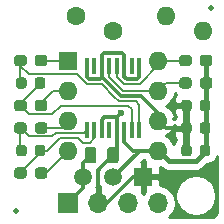
<source format=gtl>
G04 #@! TF.GenerationSoftware,KiCad,Pcbnew,(5.1.6-0-10_14)*
G04 #@! TF.CreationDate,2021-02-23T10:58:49+00:00*
G04 #@! TF.ProjectId,VR-Conditioner-MAX9926+reg,56522d43-6f6e-4646-9974-696f6e65722d,0.4*
G04 #@! TF.SameCoordinates,PX68c4118PY713e7a8*
G04 #@! TF.FileFunction,Copper,L1,Top*
G04 #@! TF.FilePolarity,Positive*
%FSLAX46Y46*%
G04 Gerber Fmt 4.6, Leading zero omitted, Abs format (unit mm)*
G04 Created by KiCad (PCBNEW (5.1.6-0-10_14)) date 2021-02-23 10:58:49*
%MOMM*%
%LPD*%
G01*
G04 APERTURE LIST*
G04 #@! TA.AperFunction,ComponentPad*
%ADD10O,1.700000X1.700000*%
G04 #@! TD*
G04 #@! TA.AperFunction,ComponentPad*
%ADD11R,1.700000X1.700000*%
G04 #@! TD*
G04 #@! TA.AperFunction,ComponentPad*
%ADD12R,1.500000X1.500000*%
G04 #@! TD*
G04 #@! TA.AperFunction,ComponentPad*
%ADD13C,1.500000*%
G04 #@! TD*
G04 #@! TA.AperFunction,ComponentPad*
%ADD14O,1.600000X1.600000*%
G04 #@! TD*
G04 #@! TA.AperFunction,ComponentPad*
%ADD15C,1.600000*%
G04 #@! TD*
G04 #@! TA.AperFunction,SMDPad,CuDef*
%ADD16R,0.354800X1.454899*%
G04 #@! TD*
G04 #@! TA.AperFunction,ComponentPad*
%ADD17R,1.600000X1.600000*%
G04 #@! TD*
G04 #@! TA.AperFunction,SMDPad,CuDef*
%ADD18C,0.500000*%
G04 #@! TD*
G04 #@! TA.AperFunction,ViaPad*
%ADD19C,0.600000*%
G04 #@! TD*
G04 #@! TA.AperFunction,Conductor*
%ADD20C,0.400000*%
G04 #@! TD*
G04 #@! TA.AperFunction,Conductor*
%ADD21C,0.300000*%
G04 #@! TD*
G04 #@! TA.AperFunction,Conductor*
%ADD22C,0.200000*%
G04 #@! TD*
G04 #@! TA.AperFunction,Conductor*
%ADD23C,0.160000*%
G04 #@! TD*
G04 #@! TA.AperFunction,Conductor*
%ADD24C,0.254000*%
G04 #@! TD*
G04 APERTURE END LIST*
G04 #@! TO.P,C20,2*
G04 #@! TO.N,Net-(C20-Pad2)*
G04 #@! TA.AperFunction,SMDPad,CuDef*
G36*
G01*
X2825000Y7241250D02*
X2825000Y6728750D01*
G75*
G02*
X2606250Y6510000I-218750J0D01*
G01*
X2168750Y6510000D01*
G75*
G02*
X1950000Y6728750I0J218750D01*
G01*
X1950000Y7241250D01*
G75*
G02*
X2168750Y7460000I218750J0D01*
G01*
X2606250Y7460000D01*
G75*
G02*
X2825000Y7241250I0J-218750D01*
G01*
G37*
G04 #@! TD.AperFunction*
G04 #@! TO.P,C20,1*
G04 #@! TO.N,Net-(C20-Pad1)*
G04 #@! TA.AperFunction,SMDPad,CuDef*
G36*
G01*
X4400000Y7241250D02*
X4400000Y6728750D01*
G75*
G02*
X4181250Y6510000I-218750J0D01*
G01*
X3743750Y6510000D01*
G75*
G02*
X3525000Y6728750I0J218750D01*
G01*
X3525000Y7241250D01*
G75*
G02*
X3743750Y7460000I218750J0D01*
G01*
X4181250Y7460000D01*
G75*
G02*
X4400000Y7241250I0J-218750D01*
G01*
G37*
G04 #@! TD.AperFunction*
G04 #@! TD*
G04 #@! TO.P,C10,2*
G04 #@! TO.N,Net-(C10-Pad2)*
G04 #@! TA.AperFunction,SMDPad,CuDef*
G36*
G01*
X3525000Y12443750D02*
X3525000Y12956250D01*
G75*
G02*
X3743750Y13175000I218750J0D01*
G01*
X4181250Y13175000D01*
G75*
G02*
X4400000Y12956250I0J-218750D01*
G01*
X4400000Y12443750D01*
G75*
G02*
X4181250Y12225000I-218750J0D01*
G01*
X3743750Y12225000D01*
G75*
G02*
X3525000Y12443750I0J218750D01*
G01*
G37*
G04 #@! TD.AperFunction*
G04 #@! TO.P,C10,1*
G04 #@! TO.N,Net-(C10-Pad1)*
G04 #@! TA.AperFunction,SMDPad,CuDef*
G36*
G01*
X1950000Y12443750D02*
X1950000Y12956250D01*
G75*
G02*
X2168750Y13175000I218750J0D01*
G01*
X2606250Y13175000D01*
G75*
G02*
X2825000Y12956250I0J-218750D01*
G01*
X2825000Y12443750D01*
G75*
G02*
X2606250Y12225000I-218750J0D01*
G01*
X2168750Y12225000D01*
G75*
G02*
X1950000Y12443750I0J218750D01*
G01*
G37*
G04 #@! TD.AperFunction*
G04 #@! TD*
G04 #@! TO.P,C4,2*
G04 #@! TO.N,GND*
G04 #@! TA.AperFunction,SMDPad,CuDef*
G36*
G01*
X9642500Y6138750D02*
X9642500Y7051250D01*
G75*
G02*
X9886250Y7295000I243750J0D01*
G01*
X10373750Y7295000D01*
G75*
G02*
X10617500Y7051250I0J-243750D01*
G01*
X10617500Y6138750D01*
G75*
G02*
X10373750Y5895000I-243750J0D01*
G01*
X9886250Y5895000D01*
G75*
G02*
X9642500Y6138750I0J243750D01*
G01*
G37*
G04 #@! TD.AperFunction*
G04 #@! TO.P,C4,1*
G04 #@! TO.N,+12V*
G04 #@! TA.AperFunction,SMDPad,CuDef*
G36*
G01*
X7767500Y6138750D02*
X7767500Y7051250D01*
G75*
G02*
X8011250Y7295000I243750J0D01*
G01*
X8498750Y7295000D01*
G75*
G02*
X8742500Y7051250I0J-243750D01*
G01*
X8742500Y6138750D01*
G75*
G02*
X8498750Y5895000I-243750J0D01*
G01*
X8011250Y5895000D01*
G75*
G02*
X7767500Y6138750I0J243750D01*
G01*
G37*
G04 #@! TD.AperFunction*
G04 #@! TD*
G04 #@! TO.P,C3,2*
G04 #@! TO.N,GND*
G04 #@! TA.AperFunction,SMDPad,CuDef*
G36*
G01*
X16795000Y11051250D02*
X16795000Y10538750D01*
G75*
G02*
X16576250Y10320000I-218750J0D01*
G01*
X16138750Y10320000D01*
G75*
G02*
X15920000Y10538750I0J218750D01*
G01*
X15920000Y11051250D01*
G75*
G02*
X16138750Y11270000I218750J0D01*
G01*
X16576250Y11270000D01*
G75*
G02*
X16795000Y11051250I0J-218750D01*
G01*
G37*
G04 #@! TD.AperFunction*
G04 #@! TO.P,C3,1*
G04 #@! TO.N,VCC*
G04 #@! TA.AperFunction,SMDPad,CuDef*
G36*
G01*
X18370000Y11051250D02*
X18370000Y10538750D01*
G75*
G02*
X18151250Y10320000I-218750J0D01*
G01*
X17713750Y10320000D01*
G75*
G02*
X17495000Y10538750I0J218750D01*
G01*
X17495000Y11051250D01*
G75*
G02*
X17713750Y11270000I218750J0D01*
G01*
X18151250Y11270000D01*
G75*
G02*
X18370000Y11051250I0J-218750D01*
G01*
G37*
G04 #@! TD.AperFunction*
G04 #@! TD*
G04 #@! TO.P,C2,2*
G04 #@! TO.N,GND*
G04 #@! TA.AperFunction,SMDPad,CuDef*
G36*
G01*
X16795000Y9146250D02*
X16795000Y8633750D01*
G75*
G02*
X16576250Y8415000I-218750J0D01*
G01*
X16138750Y8415000D01*
G75*
G02*
X15920000Y8633750I0J218750D01*
G01*
X15920000Y9146250D01*
G75*
G02*
X16138750Y9365000I218750J0D01*
G01*
X16576250Y9365000D01*
G75*
G02*
X16795000Y9146250I0J-218750D01*
G01*
G37*
G04 #@! TD.AperFunction*
G04 #@! TO.P,C2,1*
G04 #@! TO.N,VCC*
G04 #@! TA.AperFunction,SMDPad,CuDef*
G36*
G01*
X18370000Y9146250D02*
X18370000Y8633750D01*
G75*
G02*
X18151250Y8415000I-218750J0D01*
G01*
X17713750Y8415000D01*
G75*
G02*
X17495000Y8633750I0J218750D01*
G01*
X17495000Y9146250D01*
G75*
G02*
X17713750Y9365000I218750J0D01*
G01*
X18151250Y9365000D01*
G75*
G02*
X18370000Y9146250I0J-218750D01*
G01*
G37*
G04 #@! TD.AperFunction*
G04 #@! TD*
G04 #@! TO.P,C1,2*
G04 #@! TO.N,GND*
G04 #@! TA.AperFunction,SMDPad,CuDef*
G36*
G01*
X16795000Y7241250D02*
X16795000Y6728750D01*
G75*
G02*
X16576250Y6510000I-218750J0D01*
G01*
X16138750Y6510000D01*
G75*
G02*
X15920000Y6728750I0J218750D01*
G01*
X15920000Y7241250D01*
G75*
G02*
X16138750Y7460000I218750J0D01*
G01*
X16576250Y7460000D01*
G75*
G02*
X16795000Y7241250I0J-218750D01*
G01*
G37*
G04 #@! TD.AperFunction*
G04 #@! TO.P,C1,1*
G04 #@! TO.N,VCC*
G04 #@! TA.AperFunction,SMDPad,CuDef*
G36*
G01*
X18370000Y7241250D02*
X18370000Y6728750D01*
G75*
G02*
X18151250Y6510000I-218750J0D01*
G01*
X17713750Y6510000D01*
G75*
G02*
X17495000Y6728750I0J218750D01*
G01*
X17495000Y7241250D01*
G75*
G02*
X17713750Y7460000I218750J0D01*
G01*
X18151250Y7460000D01*
G75*
G02*
X18370000Y7241250I0J-218750D01*
G01*
G37*
G04 #@! TD.AperFunction*
G04 #@! TD*
D10*
G04 #@! TO.P,J2,4*
G04 #@! TO.N,/COUT1*
X13970000Y2540000D03*
G04 #@! TO.P,J2,3*
G04 #@! TO.N,/COUT2*
X11430000Y2540000D03*
G04 #@! TO.P,J2,2*
G04 #@! TO.N,GND*
X8890000Y2540000D03*
D11*
G04 #@! TO.P,J2,1*
G04 #@! TO.N,+12V*
X6350000Y2540000D03*
G04 #@! TD*
D12*
G04 #@! TO.P,U2,1*
G04 #@! TO.N,GND*
X12700000Y4745000D03*
D13*
G04 #@! TO.P,U2,3*
G04 #@! TO.N,+12V*
X7620000Y4745000D03*
G04 #@! TO.P,U2,2*
G04 #@! TO.N,VCC*
X10160000Y4745000D03*
G04 #@! TD*
G04 #@! TO.P,R22,2*
G04 #@! TO.N,Net-(J1-Pad3)*
G04 #@! TA.AperFunction,SMDPad,CuDef*
G36*
G01*
X3525000Y8652500D02*
X3525000Y9127500D01*
G75*
G02*
X3762500Y9365000I237500J0D01*
G01*
X4337500Y9365000D01*
G75*
G02*
X4575000Y9127500I0J-237500D01*
G01*
X4575000Y8652500D01*
G75*
G02*
X4337500Y8415000I-237500J0D01*
G01*
X3762500Y8415000D01*
G75*
G02*
X3525000Y8652500I0J237500D01*
G01*
G37*
G04 #@! TD.AperFunction*
G04 #@! TO.P,R22,1*
G04 #@! TO.N,Net-(C20-Pad2)*
G04 #@! TA.AperFunction,SMDPad,CuDef*
G36*
G01*
X1775000Y8652500D02*
X1775000Y9127500D01*
G75*
G02*
X2012500Y9365000I237500J0D01*
G01*
X2587500Y9365000D01*
G75*
G02*
X2825000Y9127500I0J-237500D01*
G01*
X2825000Y8652500D01*
G75*
G02*
X2587500Y8415000I-237500J0D01*
G01*
X2012500Y8415000D01*
G75*
G02*
X1775000Y8652500I0J237500D01*
G01*
G37*
G04 #@! TD.AperFunction*
G04 #@! TD*
D14*
G04 #@! TO.P,R23,2*
G04 #@! TO.N,Net-(J1-Pad4)*
X17780000Y17145000D03*
D15*
G04 #@! TO.P,R23,1*
G04 #@! TO.N,Net-(J1-Pad3)*
X10160000Y17145000D03*
G04 #@! TD*
D14*
G04 #@! TO.P,R13,2*
G04 #@! TO.N,Net-(J1-Pad2)*
X14605000Y18415000D03*
D15*
G04 #@! TO.P,R13,1*
G04 #@! TO.N,Net-(J1-Pad1)*
X6985000Y18415000D03*
G04 #@! TD*
D16*
G04 #@! TO.P,U1,16*
G04 #@! TO.N,Net-(C10-Pad1)*
X12382500Y8708652D03*
G04 #@! TO.P,U1,15*
G04 #@! TO.N,Net-(C10-Pad2)*
X11747500Y8708652D03*
G04 #@! TO.P,U1,14*
G04 #@! TO.N,VCC*
X11112500Y8708652D03*
G04 #@! TO.P,U1,13*
G04 #@! TO.N,GND*
X10477500Y8708652D03*
G04 #@! TO.P,U1,12*
G04 #@! TO.N,Net-(U1-Pad12)*
X9842500Y8708652D03*
G04 #@! TO.P,U1,11*
G04 #@! TO.N,GND*
X9207500Y8708652D03*
G04 #@! TO.P,U1,10*
G04 #@! TO.N,Net-(C20-Pad1)*
X8572500Y8708652D03*
G04 #@! TO.P,U1,9*
G04 #@! TO.N,Net-(C20-Pad2)*
X7937500Y8708652D03*
G04 #@! TO.P,U1,8*
G04 #@! TO.N,GND*
X7937500Y14151348D03*
G04 #@! TO.P,U1,7*
G04 #@! TO.N,Net-(U1-Pad7)*
X8572500Y14151348D03*
G04 #@! TO.P,U1,6*
G04 #@! TO.N,GND*
X9207500Y14151348D03*
G04 #@! TO.P,U1,5*
G04 #@! TO.N,/COUT2*
X9842500Y14151348D03*
G04 #@! TO.P,U1,4*
G04 #@! TO.N,/COUT1*
X10477500Y14151348D03*
G04 #@! TO.P,U1,3*
G04 #@! TO.N,GND*
X11112500Y14151348D03*
G04 #@! TO.P,U1,2*
G04 #@! TO.N,Net-(U1-Pad2)*
X11747500Y14151348D03*
G04 #@! TO.P,U1,1*
G04 #@! TO.N,GND*
X12382500Y14151348D03*
G04 #@! TD*
G04 #@! TO.P,R21,2*
G04 #@! TO.N,Net-(C20-Pad1)*
G04 #@! TA.AperFunction,SMDPad,CuDef*
G36*
G01*
X2825000Y5317500D02*
X2825000Y4842500D01*
G75*
G02*
X2587500Y4605000I-237500J0D01*
G01*
X2012500Y4605000D01*
G75*
G02*
X1775000Y4842500I0J237500D01*
G01*
X1775000Y5317500D01*
G75*
G02*
X2012500Y5555000I237500J0D01*
G01*
X2587500Y5555000D01*
G75*
G02*
X2825000Y5317500I0J-237500D01*
G01*
G37*
G04 #@! TD.AperFunction*
G04 #@! TO.P,R21,1*
G04 #@! TO.N,Net-(J1-Pad4)*
G04 #@! TA.AperFunction,SMDPad,CuDef*
G36*
G01*
X4575000Y5317500D02*
X4575000Y4842500D01*
G75*
G02*
X4337500Y4605000I-237500J0D01*
G01*
X3762500Y4605000D01*
G75*
G02*
X3525000Y4842500I0J237500D01*
G01*
X3525000Y5317500D01*
G75*
G02*
X3762500Y5555000I237500J0D01*
G01*
X4337500Y5555000D01*
G75*
G02*
X4575000Y5317500I0J-237500D01*
G01*
G37*
G04 #@! TD.AperFunction*
G04 #@! TD*
G04 #@! TO.P,R20,2*
G04 #@! TO.N,/COUT2*
G04 #@! TA.AperFunction,SMDPad,CuDef*
G36*
G01*
X16795000Y12937500D02*
X16795000Y12462500D01*
G75*
G02*
X16557500Y12225000I-237500J0D01*
G01*
X15982500Y12225000D01*
G75*
G02*
X15745000Y12462500I0J237500D01*
G01*
X15745000Y12937500D01*
G75*
G02*
X15982500Y13175000I237500J0D01*
G01*
X16557500Y13175000D01*
G75*
G02*
X16795000Y12937500I0J-237500D01*
G01*
G37*
G04 #@! TD.AperFunction*
G04 #@! TO.P,R20,1*
G04 #@! TO.N,VCC*
G04 #@! TA.AperFunction,SMDPad,CuDef*
G36*
G01*
X18545000Y12937500D02*
X18545000Y12462500D01*
G75*
G02*
X18307500Y12225000I-237500J0D01*
G01*
X17732500Y12225000D01*
G75*
G02*
X17495000Y12462500I0J237500D01*
G01*
X17495000Y12937500D01*
G75*
G02*
X17732500Y13175000I237500J0D01*
G01*
X18307500Y13175000D01*
G75*
G02*
X18545000Y12937500I0J-237500D01*
G01*
G37*
G04 #@! TD.AperFunction*
G04 #@! TD*
G04 #@! TO.P,R12,2*
G04 #@! TO.N,Net-(J1-Pad1)*
G04 #@! TA.AperFunction,SMDPad,CuDef*
G36*
G01*
X3525000Y14367500D02*
X3525000Y14842500D01*
G75*
G02*
X3762500Y15080000I237500J0D01*
G01*
X4337500Y15080000D01*
G75*
G02*
X4575000Y14842500I0J-237500D01*
G01*
X4575000Y14367500D01*
G75*
G02*
X4337500Y14130000I-237500J0D01*
G01*
X3762500Y14130000D01*
G75*
G02*
X3525000Y14367500I0J237500D01*
G01*
G37*
G04 #@! TD.AperFunction*
G04 #@! TO.P,R12,1*
G04 #@! TO.N,Net-(C10-Pad1)*
G04 #@! TA.AperFunction,SMDPad,CuDef*
G36*
G01*
X1775000Y14367500D02*
X1775000Y14842500D01*
G75*
G02*
X2012500Y15080000I237500J0D01*
G01*
X2587500Y15080000D01*
G75*
G02*
X2825000Y14842500I0J-237500D01*
G01*
X2825000Y14367500D01*
G75*
G02*
X2587500Y14130000I-237500J0D01*
G01*
X2012500Y14130000D01*
G75*
G02*
X1775000Y14367500I0J237500D01*
G01*
G37*
G04 #@! TD.AperFunction*
G04 #@! TD*
G04 #@! TO.P,R11,2*
G04 #@! TO.N,Net-(J1-Pad2)*
G04 #@! TA.AperFunction,SMDPad,CuDef*
G36*
G01*
X3525000Y10557500D02*
X3525000Y11032500D01*
G75*
G02*
X3762500Y11270000I237500J0D01*
G01*
X4337500Y11270000D01*
G75*
G02*
X4575000Y11032500I0J-237500D01*
G01*
X4575000Y10557500D01*
G75*
G02*
X4337500Y10320000I-237500J0D01*
G01*
X3762500Y10320000D01*
G75*
G02*
X3525000Y10557500I0J237500D01*
G01*
G37*
G04 #@! TD.AperFunction*
G04 #@! TO.P,R11,1*
G04 #@! TO.N,Net-(C10-Pad2)*
G04 #@! TA.AperFunction,SMDPad,CuDef*
G36*
G01*
X1775000Y10557500D02*
X1775000Y11032500D01*
G75*
G02*
X2012500Y11270000I237500J0D01*
G01*
X2587500Y11270000D01*
G75*
G02*
X2825000Y11032500I0J-237500D01*
G01*
X2825000Y10557500D01*
G75*
G02*
X2587500Y10320000I-237500J0D01*
G01*
X2012500Y10320000D01*
G75*
G02*
X1775000Y10557500I0J237500D01*
G01*
G37*
G04 #@! TD.AperFunction*
G04 #@! TD*
G04 #@! TO.P,R10,2*
G04 #@! TO.N,/COUT1*
G04 #@! TA.AperFunction,SMDPad,CuDef*
G36*
G01*
X16795000Y14842500D02*
X16795000Y14367500D01*
G75*
G02*
X16557500Y14130000I-237500J0D01*
G01*
X15982500Y14130000D01*
G75*
G02*
X15745000Y14367500I0J237500D01*
G01*
X15745000Y14842500D01*
G75*
G02*
X15982500Y15080000I237500J0D01*
G01*
X16557500Y15080000D01*
G75*
G02*
X16795000Y14842500I0J-237500D01*
G01*
G37*
G04 #@! TD.AperFunction*
G04 #@! TO.P,R10,1*
G04 #@! TO.N,VCC*
G04 #@! TA.AperFunction,SMDPad,CuDef*
G36*
G01*
X18545000Y14842500D02*
X18545000Y14367500D01*
G75*
G02*
X18307500Y14130000I-237500J0D01*
G01*
X17732500Y14130000D01*
G75*
G02*
X17495000Y14367500I0J237500D01*
G01*
X17495000Y14842500D01*
G75*
G02*
X17732500Y15080000I237500J0D01*
G01*
X18307500Y15080000D01*
G75*
G02*
X18545000Y14842500I0J-237500D01*
G01*
G37*
G04 #@! TD.AperFunction*
G04 #@! TD*
D14*
G04 #@! TO.P,J1,8*
G04 #@! TO.N,/COUT1*
X13970000Y14605000D03*
G04 #@! TO.P,J1,4*
G04 #@! TO.N,Net-(J1-Pad4)*
X6350000Y6985000D03*
G04 #@! TO.P,J1,7*
G04 #@! TO.N,/COUT2*
X13970000Y12065000D03*
G04 #@! TO.P,J1,3*
G04 #@! TO.N,Net-(J1-Pad3)*
X6350000Y9525000D03*
G04 #@! TO.P,J1,6*
G04 #@! TO.N,GND*
X13970000Y9525000D03*
G04 #@! TO.P,J1,2*
G04 #@! TO.N,Net-(J1-Pad2)*
X6350000Y12065000D03*
G04 #@! TO.P,J1,5*
G04 #@! TO.N,VCC*
X13970000Y6985000D03*
D17*
G04 #@! TO.P,J1,1*
G04 #@! TO.N,Net-(J1-Pad1)*
X6350000Y14605000D03*
G04 #@! TD*
D18*
G04 #@! TO.P,FID2,*
G04 #@! TO.N,*
X18415000Y19050000D03*
G04 #@! TD*
G04 #@! TO.P,FID1,*
G04 #@! TO.N,*
X1905000Y1905000D03*
G04 #@! TD*
D19*
G04 #@! TO.N,GND*
X10795000Y10160000D03*
G04 #@! TD*
D20*
G04 #@! TO.N,GND*
X16270000Y8890000D02*
X16270000Y10795000D01*
X16270000Y8890000D02*
X16270000Y6985000D01*
D21*
X9207500Y13251496D02*
X9207500Y14151348D01*
X9029901Y13073897D02*
X9207500Y13251496D01*
X7937500Y13251496D02*
X8115099Y13073897D01*
X7937500Y14151348D02*
X7937500Y13251496D01*
X12204901Y13073897D02*
X12382500Y13251496D01*
X11290099Y13073897D02*
X12204901Y13073897D01*
X12382500Y13251496D02*
X12382500Y14151348D01*
X11112500Y13251496D02*
X11290099Y13073897D01*
X11112500Y14151348D02*
X11112500Y13251496D01*
X8628897Y13073897D02*
X9029901Y13073897D01*
X8115099Y13073897D02*
X8628897Y13073897D01*
X9207500Y15051199D02*
X9385099Y15228798D01*
X10934901Y15228798D02*
X11112500Y15051199D01*
X9207500Y14151348D02*
X9207500Y15051199D01*
X11112500Y15051199D02*
X11112500Y14151348D01*
X9385099Y15228798D02*
X10934901Y15228798D01*
X13970000Y10160000D02*
X13970000Y9525000D01*
X12515010Y11614990D02*
X13970000Y10160000D01*
X9207500Y13222489D02*
X10814999Y11614990D01*
X10814999Y11614990D02*
X12515010Y11614990D01*
X9207500Y13251496D02*
X9207500Y13222489D01*
X10477500Y9842500D02*
X10795000Y10160000D01*
X10477500Y8708652D02*
X10477500Y9842500D01*
X10477500Y6427500D02*
X10400000Y6350000D01*
X9385099Y9786102D02*
X10427499Y9786102D01*
X10477500Y9736101D02*
X10477500Y8708652D01*
X10427499Y9786102D02*
X10477500Y9736101D01*
X9207500Y9608503D02*
X9385099Y9786102D01*
X9207500Y8708652D02*
X9207500Y9608503D01*
X11858998Y4745000D02*
X12700000Y4745000D01*
X9653998Y2540000D02*
X11858998Y4745000D01*
X8890000Y2540000D02*
X9653998Y2540000D01*
X14605000Y8890000D02*
X13970000Y9525000D01*
X16270000Y8890000D02*
X14605000Y8890000D01*
X8890000Y5355000D02*
X10130000Y6595000D01*
X8890000Y2540000D02*
X8890000Y5355000D01*
X10477500Y6942500D02*
X10130000Y6595000D01*
X10477500Y8708652D02*
X10477500Y6942500D01*
D22*
G04 #@! TO.N,VCC*
X18020000Y10795000D02*
X18020000Y10640000D01*
D20*
X18020000Y14605000D02*
X18020000Y12700000D01*
X18020000Y12700000D02*
X18020000Y10795000D01*
X18020000Y10795000D02*
X18020000Y8890000D01*
X18020000Y8890000D02*
X18020000Y6985000D01*
D22*
X13970000Y6985000D02*
X14370010Y6584990D01*
D20*
X18020000Y6985000D02*
X17144990Y6109990D01*
D21*
X11808703Y6985000D02*
X13970000Y6985000D01*
X11112500Y7681203D02*
X11808703Y6985000D01*
X11112500Y8708652D02*
X11112500Y7681203D01*
X13463998Y6985000D02*
X13970000Y6985000D01*
X12400000Y6985000D02*
X13970000Y6985000D01*
X10160000Y4745000D02*
X12400000Y6985000D01*
D20*
X14845010Y6109990D02*
X13970000Y6985000D01*
X17144990Y6109990D02*
X14845010Y6109990D01*
D22*
G04 #@! TO.N,Net-(C10-Pad2)*
X2300000Y10950000D02*
X4050000Y12700000D01*
X2300000Y10795000D02*
X2300000Y10950000D01*
X2300000Y10795000D02*
X3035010Y10059990D01*
X5715000Y10795000D02*
X4979990Y10059990D01*
X11747500Y8708652D02*
X11747500Y10477500D01*
X11430000Y10795000D02*
X5715000Y10795000D01*
X11747500Y10477500D02*
X11430000Y10795000D01*
X3035010Y10059990D02*
X4979990Y10059990D01*
G04 #@! TO.N,Net-(C10-Pad1)*
X2300000Y14605000D02*
X1905000Y14605000D01*
X2300000Y14605000D02*
X2300000Y12700000D01*
X10247286Y11546293D02*
X10628599Y11164980D01*
X10628599Y11164980D02*
X12065000Y11164980D01*
X12382500Y10847480D02*
X12382500Y8708652D01*
X12065000Y11164980D02*
X12382500Y10847480D01*
X2994990Y13435010D02*
X2300000Y14130000D01*
X7928699Y12623887D02*
X7117576Y13435010D01*
X2300000Y14130000D02*
X2300000Y14605000D01*
X7117576Y13435010D02*
X2994990Y13435010D01*
X9169692Y12623887D02*
X7928699Y12623887D01*
X10247286Y11546293D02*
X9169692Y12623887D01*
G04 #@! TO.N,Net-(C20-Pad2)*
X2300000Y8890000D02*
X1905000Y8890000D01*
X2300000Y8890000D02*
X2300000Y6985000D01*
D23*
X3015010Y8174990D02*
X4999990Y8174990D01*
X4999990Y8174990D02*
X5309999Y8484999D01*
X2300000Y8890000D02*
X3015010Y8174990D01*
X7713847Y8484999D02*
X7937500Y8708652D01*
X5309999Y8484999D02*
X7713847Y8484999D01*
D22*
G04 #@! TO.N,Net-(C20-Pad1)*
X4050000Y6830000D02*
X2300000Y5080000D01*
X4050000Y6985000D02*
X4050000Y6830000D01*
X2300000Y5080000D02*
X2300000Y4685000D01*
D23*
X5615001Y8025001D02*
X4575000Y6985000D01*
X4575000Y6985000D02*
X4050000Y6985000D01*
X7214999Y8025001D02*
X5615001Y8025001D01*
X7620000Y7620000D02*
X7214999Y8025001D01*
X8185700Y7620000D02*
X7620000Y7620000D01*
X8572500Y8006800D02*
X8185700Y7620000D01*
X8572500Y8708652D02*
X8572500Y8006800D01*
D22*
G04 #@! TO.N,Net-(J1-Pad4)*
X4445000Y5080000D02*
X6350000Y6985000D01*
X4050000Y5080000D02*
X4445000Y5080000D01*
G04 #@! TO.N,Net-(J1-Pad3)*
X5715000Y8890000D02*
X6350000Y9525000D01*
X4050000Y8890000D02*
X5715000Y8890000D01*
G04 #@! TO.N,Net-(J1-Pad2)*
X4050000Y10795000D02*
X4050000Y11035000D01*
X5080000Y12065000D02*
X6350000Y12065000D01*
X4050000Y11035000D02*
X5080000Y12065000D01*
G04 #@! TO.N,Net-(J1-Pad1)*
X4050000Y14605000D02*
X6350000Y14605000D01*
D23*
G04 #@! TO.N,/COUT1*
X13970000Y14329996D02*
X13970000Y14605000D01*
D22*
X11077512Y12623887D02*
X12391302Y12623888D01*
X12391302Y12623888D02*
X13970000Y14202586D01*
X10477500Y13223899D02*
X11077512Y12623887D01*
X13970000Y14202586D02*
X13970000Y14605000D01*
X10477500Y14151348D02*
X10477500Y13223899D01*
X16270000Y14605000D02*
X13970000Y14605000D01*
G04 #@! TO.N,/COUT2*
X11001399Y12065000D02*
X13970000Y12065000D01*
X9842500Y13223899D02*
X11001399Y12065000D01*
X9842500Y14151348D02*
X9842500Y13223899D01*
X14605000Y12700000D02*
X13970000Y12065000D01*
X16270000Y12700000D02*
X14605000Y12700000D01*
D21*
G04 #@! TO.N,+12V*
X7620000Y3810000D02*
X6350000Y2540000D01*
X7620000Y4745000D02*
X7620000Y3810000D01*
X8255000Y6595000D02*
X7620000Y5960000D01*
X7620000Y5960000D02*
X7620000Y4745000D01*
G04 #@! TD*
D24*
G04 #@! TO.N,GND*
G36*
X18975001Y1939730D02*
G01*
X18960995Y1796891D01*
X18929599Y1692901D01*
X18878601Y1596987D01*
X18809941Y1512801D01*
X18726243Y1443561D01*
X18630689Y1391895D01*
X18526922Y1359773D01*
X18386359Y1345000D01*
X14854485Y1345000D01*
X14916632Y1386525D01*
X15123475Y1593368D01*
X15285990Y1836589D01*
X15397932Y2106842D01*
X15455000Y2393740D01*
X15455000Y2686260D01*
X15397932Y2973158D01*
X15285990Y3243411D01*
X15217521Y3345883D01*
X15410000Y3345883D01*
X15410000Y3004117D01*
X15476675Y2668919D01*
X15607463Y2353169D01*
X15797337Y2069002D01*
X16039002Y1827337D01*
X16323169Y1637463D01*
X16638919Y1506675D01*
X16974117Y1440000D01*
X17315883Y1440000D01*
X17651081Y1506675D01*
X17966831Y1637463D01*
X18250998Y1827337D01*
X18492663Y2069002D01*
X18682537Y2353169D01*
X18813325Y2668919D01*
X18880000Y3004117D01*
X18880000Y3345883D01*
X18813325Y3681081D01*
X18682537Y3996831D01*
X18492663Y4280998D01*
X18250998Y4522663D01*
X17966831Y4712537D01*
X17651081Y4843325D01*
X17315883Y4910000D01*
X16974117Y4910000D01*
X16638919Y4843325D01*
X16323169Y4712537D01*
X16039002Y4522663D01*
X15797337Y4280998D01*
X15607463Y3996831D01*
X15476675Y3681081D01*
X15410000Y3345883D01*
X15217521Y3345883D01*
X15123475Y3486632D01*
X14916632Y3693475D01*
X14673411Y3855990D01*
X14403158Y3967932D01*
X14116260Y4025000D01*
X14087873Y4025000D01*
X14085000Y4459250D01*
X13926250Y4618000D01*
X12827000Y4618000D01*
X12827000Y3518750D01*
X12837822Y3507928D01*
X12816525Y3486632D01*
X12700000Y3312240D01*
X12583475Y3486632D01*
X12562179Y3507928D01*
X12573000Y3518750D01*
X12573000Y4618000D01*
X12553000Y4618000D01*
X12553000Y4872000D01*
X12573000Y4872000D01*
X12573000Y5971250D01*
X12534704Y6009546D01*
X12725158Y6200000D01*
X12768661Y6200000D01*
X12855363Y6070241D01*
X12890677Y6034927D01*
X12827000Y5971250D01*
X12827000Y4872000D01*
X13926250Y4872000D01*
X14085000Y5030750D01*
X14088072Y5495000D01*
X14082655Y5550000D01*
X14111335Y5550000D01*
X14205418Y5568714D01*
X14225568Y5548564D01*
X14251719Y5516699D01*
X14304048Y5473754D01*
X14378864Y5412354D01*
X14523923Y5334818D01*
X14681321Y5287072D01*
X14845009Y5270950D01*
X14886028Y5274990D01*
X17103972Y5274990D01*
X17144990Y5270950D01*
X17186008Y5274990D01*
X17186009Y5274990D01*
X17308679Y5287072D01*
X17466077Y5334818D01*
X17611136Y5412354D01*
X17738281Y5516699D01*
X17764436Y5548569D01*
X18087795Y5871928D01*
X18151250Y5871928D01*
X18318408Y5888392D01*
X18479142Y5937150D01*
X18627275Y6016329D01*
X18757115Y6122885D01*
X18863671Y6252725D01*
X18942850Y6400858D01*
X18975001Y6506845D01*
X18975001Y1939730D01*
G37*
X18975001Y1939730D02*
X18960995Y1796891D01*
X18929599Y1692901D01*
X18878601Y1596987D01*
X18809941Y1512801D01*
X18726243Y1443561D01*
X18630689Y1391895D01*
X18526922Y1359773D01*
X18386359Y1345000D01*
X14854485Y1345000D01*
X14916632Y1386525D01*
X15123475Y1593368D01*
X15285990Y1836589D01*
X15397932Y2106842D01*
X15455000Y2393740D01*
X15455000Y2686260D01*
X15397932Y2973158D01*
X15285990Y3243411D01*
X15217521Y3345883D01*
X15410000Y3345883D01*
X15410000Y3004117D01*
X15476675Y2668919D01*
X15607463Y2353169D01*
X15797337Y2069002D01*
X16039002Y1827337D01*
X16323169Y1637463D01*
X16638919Y1506675D01*
X16974117Y1440000D01*
X17315883Y1440000D01*
X17651081Y1506675D01*
X17966831Y1637463D01*
X18250998Y1827337D01*
X18492663Y2069002D01*
X18682537Y2353169D01*
X18813325Y2668919D01*
X18880000Y3004117D01*
X18880000Y3345883D01*
X18813325Y3681081D01*
X18682537Y3996831D01*
X18492663Y4280998D01*
X18250998Y4522663D01*
X17966831Y4712537D01*
X17651081Y4843325D01*
X17315883Y4910000D01*
X16974117Y4910000D01*
X16638919Y4843325D01*
X16323169Y4712537D01*
X16039002Y4522663D01*
X15797337Y4280998D01*
X15607463Y3996831D01*
X15476675Y3681081D01*
X15410000Y3345883D01*
X15217521Y3345883D01*
X15123475Y3486632D01*
X14916632Y3693475D01*
X14673411Y3855990D01*
X14403158Y3967932D01*
X14116260Y4025000D01*
X14087873Y4025000D01*
X14085000Y4459250D01*
X13926250Y4618000D01*
X12827000Y4618000D01*
X12827000Y3518750D01*
X12837822Y3507928D01*
X12816525Y3486632D01*
X12700000Y3312240D01*
X12583475Y3486632D01*
X12562179Y3507928D01*
X12573000Y3518750D01*
X12573000Y4618000D01*
X12553000Y4618000D01*
X12553000Y4872000D01*
X12573000Y4872000D01*
X12573000Y5971250D01*
X12534704Y6009546D01*
X12725158Y6200000D01*
X12768661Y6200000D01*
X12855363Y6070241D01*
X12890677Y6034927D01*
X12827000Y5971250D01*
X12827000Y4872000D01*
X13926250Y4872000D01*
X14085000Y5030750D01*
X14088072Y5495000D01*
X14082655Y5550000D01*
X14111335Y5550000D01*
X14205418Y5568714D01*
X14225568Y5548564D01*
X14251719Y5516699D01*
X14304048Y5473754D01*
X14378864Y5412354D01*
X14523923Y5334818D01*
X14681321Y5287072D01*
X14845009Y5270950D01*
X14886028Y5274990D01*
X17103972Y5274990D01*
X17144990Y5270950D01*
X17186008Y5274990D01*
X17186009Y5274990D01*
X17308679Y5287072D01*
X17466077Y5334818D01*
X17611136Y5412354D01*
X17738281Y5516699D01*
X17764436Y5548569D01*
X18087795Y5871928D01*
X18151250Y5871928D01*
X18318408Y5888392D01*
X18479142Y5937150D01*
X18627275Y6016329D01*
X18757115Y6122885D01*
X18863671Y6252725D01*
X18942850Y6400858D01*
X18975001Y6506845D01*
X18975001Y1939730D01*
G36*
X8932629Y4088957D02*
G01*
X9067650Y3886885D01*
X9017000Y3860155D01*
X9017000Y2667000D01*
X9037000Y2667000D01*
X9037000Y2413000D01*
X9017000Y2413000D01*
X9017000Y2393000D01*
X8763000Y2393000D01*
X8763000Y2413000D01*
X8743000Y2413000D01*
X8743000Y2667000D01*
X8763000Y2667000D01*
X8763000Y3860155D01*
X8712350Y3886885D01*
X8847371Y4088957D01*
X8890000Y4191873D01*
X8932629Y4088957D01*
G37*
X8932629Y4088957D02*
X9067650Y3886885D01*
X9017000Y3860155D01*
X9017000Y2667000D01*
X9037000Y2667000D01*
X9037000Y2413000D01*
X9017000Y2413000D01*
X9017000Y2393000D01*
X8763000Y2393000D01*
X8763000Y2413000D01*
X8743000Y2413000D01*
X8743000Y2667000D01*
X8763000Y2667000D01*
X8763000Y3860155D01*
X8712350Y3886885D01*
X8847371Y4088957D01*
X8890000Y4191873D01*
X8932629Y4088957D01*
G36*
X8890000Y5298127D02*
G01*
X8871457Y5342894D01*
X8919088Y5368353D01*
X8890000Y5298127D01*
G37*
X8890000Y5298127D02*
X8871457Y5342894D01*
X8919088Y5368353D01*
X8890000Y5298127D01*
G36*
X10257000Y6722000D02*
G01*
X10277000Y6722000D01*
X10277000Y6468000D01*
X10257000Y6468000D01*
X10257000Y6448000D01*
X10003000Y6448000D01*
X10003000Y6468000D01*
X9983000Y6468000D01*
X9983000Y6722000D01*
X10003000Y6722000D01*
X10003000Y6742000D01*
X10257000Y6742000D01*
X10257000Y6722000D01*
G37*
X10257000Y6722000D02*
X10277000Y6722000D01*
X10277000Y6468000D01*
X10257000Y6468000D01*
X10257000Y6448000D01*
X10003000Y6448000D01*
X10003000Y6468000D01*
X9983000Y6468000D01*
X9983000Y6722000D01*
X10003000Y6722000D01*
X10003000Y6742000D01*
X10257000Y6742000D01*
X10257000Y6722000D01*
G36*
X15490541Y11739015D02*
G01*
X15468815Y11721185D01*
X15389463Y11624494D01*
X15330498Y11514180D01*
X15294188Y11394482D01*
X15281928Y11270000D01*
X15285000Y11080750D01*
X15443750Y10922000D01*
X16230500Y10922000D01*
X16230500Y10942000D01*
X16484500Y10942000D01*
X16484500Y10922000D01*
X16504500Y10922000D01*
X16504500Y10668000D01*
X16484500Y10668000D01*
X16484500Y9843750D01*
X16485750Y9842500D01*
X16484500Y9841250D01*
X16484500Y9017000D01*
X16504500Y9017000D01*
X16504500Y8763000D01*
X16484500Y8763000D01*
X16484500Y7938750D01*
X16485750Y7937500D01*
X16484500Y7936250D01*
X16484500Y7112000D01*
X16504500Y7112000D01*
X16504500Y6944990D01*
X16210500Y6944990D01*
X16210500Y7112000D01*
X16230500Y7112000D01*
X16230500Y7936250D01*
X16229250Y7937500D01*
X16230500Y7938750D01*
X16230500Y8763000D01*
X15443750Y8763000D01*
X15285000Y8604250D01*
X15281928Y8415000D01*
X15294188Y8290518D01*
X15330498Y8170820D01*
X15389463Y8060506D01*
X15468815Y7963815D01*
X15500880Y7937500D01*
X15468815Y7911185D01*
X15389463Y7814494D01*
X15330498Y7704180D01*
X15294188Y7584482D01*
X15290486Y7546898D01*
X15241680Y7664727D01*
X15084637Y7899759D01*
X14884759Y8099637D01*
X14649727Y8256680D01*
X14639135Y8261067D01*
X14825131Y8372615D01*
X15033519Y8561586D01*
X15201037Y8787580D01*
X15321246Y9041913D01*
X15343958Y9116792D01*
X15443750Y9017000D01*
X16230500Y9017000D01*
X16230500Y9841250D01*
X16229250Y9842500D01*
X16230500Y9843750D01*
X16230500Y10668000D01*
X15443750Y10668000D01*
X15285000Y10509250D01*
X15281928Y10320000D01*
X15294188Y10195518D01*
X15330498Y10075820D01*
X15389463Y9965506D01*
X15468815Y9868815D01*
X15500880Y9842500D01*
X15468815Y9816185D01*
X15389463Y9719494D01*
X15353387Y9652002D01*
X15239916Y9652002D01*
X15361904Y9874039D01*
X15321246Y10008087D01*
X15201037Y10262420D01*
X15033519Y10488414D01*
X14825131Y10677385D01*
X14639135Y10788933D01*
X14649727Y10793320D01*
X14884759Y10950363D01*
X15084637Y11150241D01*
X15241680Y11385273D01*
X15349853Y11646426D01*
X15385430Y11825279D01*
X15490541Y11739015D01*
G37*
X15490541Y11739015D02*
X15468815Y11721185D01*
X15389463Y11624494D01*
X15330498Y11514180D01*
X15294188Y11394482D01*
X15281928Y11270000D01*
X15285000Y11080750D01*
X15443750Y10922000D01*
X16230500Y10922000D01*
X16230500Y10942000D01*
X16484500Y10942000D01*
X16484500Y10922000D01*
X16504500Y10922000D01*
X16504500Y10668000D01*
X16484500Y10668000D01*
X16484500Y9843750D01*
X16485750Y9842500D01*
X16484500Y9841250D01*
X16484500Y9017000D01*
X16504500Y9017000D01*
X16504500Y8763000D01*
X16484500Y8763000D01*
X16484500Y7938750D01*
X16485750Y7937500D01*
X16484500Y7936250D01*
X16484500Y7112000D01*
X16504500Y7112000D01*
X16504500Y6944990D01*
X16210500Y6944990D01*
X16210500Y7112000D01*
X16230500Y7112000D01*
X16230500Y7936250D01*
X16229250Y7937500D01*
X16230500Y7938750D01*
X16230500Y8763000D01*
X15443750Y8763000D01*
X15285000Y8604250D01*
X15281928Y8415000D01*
X15294188Y8290518D01*
X15330498Y8170820D01*
X15389463Y8060506D01*
X15468815Y7963815D01*
X15500880Y7937500D01*
X15468815Y7911185D01*
X15389463Y7814494D01*
X15330498Y7704180D01*
X15294188Y7584482D01*
X15290486Y7546898D01*
X15241680Y7664727D01*
X15084637Y7899759D01*
X14884759Y8099637D01*
X14649727Y8256680D01*
X14639135Y8261067D01*
X14825131Y8372615D01*
X15033519Y8561586D01*
X15201037Y8787580D01*
X15321246Y9041913D01*
X15343958Y9116792D01*
X15443750Y9017000D01*
X16230500Y9017000D01*
X16230500Y9841250D01*
X16229250Y9842500D01*
X16230500Y9843750D01*
X16230500Y10668000D01*
X15443750Y10668000D01*
X15285000Y10509250D01*
X15281928Y10320000D01*
X15294188Y10195518D01*
X15330498Y10075820D01*
X15389463Y9965506D01*
X15468815Y9868815D01*
X15500880Y9842500D01*
X15468815Y9816185D01*
X15389463Y9719494D01*
X15353387Y9652002D01*
X15239916Y9652002D01*
X15361904Y9874039D01*
X15321246Y10008087D01*
X15201037Y10262420D01*
X15033519Y10488414D01*
X14825131Y10677385D01*
X14639135Y10788933D01*
X14649727Y10793320D01*
X14884759Y10950363D01*
X15084637Y11150241D01*
X15241680Y11385273D01*
X15349853Y11646426D01*
X15385430Y11825279D01*
X15490541Y11739015D01*
G36*
X14097000Y9652000D02*
G01*
X14117000Y9652000D01*
X14117000Y9398000D01*
X14097000Y9398000D01*
X14097000Y9378000D01*
X13843000Y9378000D01*
X13843000Y9398000D01*
X13823000Y9398000D01*
X13823000Y9652000D01*
X13843000Y9652000D01*
X13843000Y9672000D01*
X14097000Y9672000D01*
X14097000Y9652000D01*
G37*
X14097000Y9652000D02*
X14117000Y9652000D01*
X14117000Y9398000D01*
X14097000Y9398000D01*
X14097000Y9378000D01*
X13843000Y9378000D01*
X13843000Y9398000D01*
X13823000Y9398000D01*
X13823000Y9652000D01*
X13843000Y9652000D01*
X13843000Y9672000D01*
X14097000Y9672000D01*
X14097000Y9652000D01*
G36*
X10796305Y10057571D02*
G01*
X10788874Y10059949D01*
X10788407Y10060000D01*
X10804312Y10060000D01*
X10796305Y10057571D01*
G37*
X10796305Y10057571D02*
X10788874Y10059949D01*
X10788407Y10060000D01*
X10804312Y10060000D01*
X10796305Y10057571D01*
G04 #@! TD*
M02*

</source>
